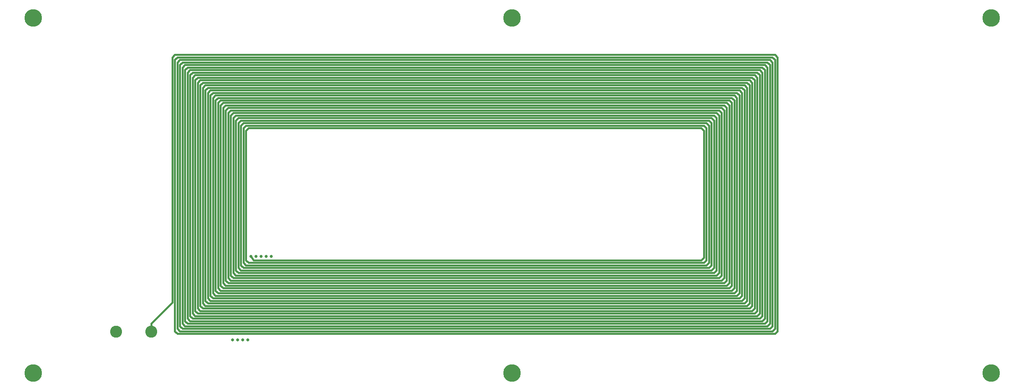
<source format=gtl>
%TF.GenerationSoftware,KiCad,Pcbnew,7.0.2-0*%
%TF.CreationDate,2024-05-08T23:39:51-07:00*%
%TF.ProjectId,New_Coil_Panel_Y,4e65775f-436f-4696-9c5f-50616e656c5f,2.0*%
%TF.SameCoordinates,Original*%
%TF.FileFunction,Copper,L1,Top*%
%TF.FilePolarity,Positive*%
%FSLAX46Y46*%
G04 Gerber Fmt 4.6, Leading zero omitted, Abs format (unit mm)*
G04 Created by KiCad (PCBNEW 7.0.2-0) date 2024-05-08 23:39:51*
%MOMM*%
%LPD*%
G01*
G04 APERTURE LIST*
%TA.AperFunction,ConnectorPad*%
%ADD10C,3.800000*%
%TD*%
%TA.AperFunction,ComponentPad*%
%ADD11C,2.600000*%
%TD*%
%TA.AperFunction,ViaPad*%
%ADD12C,0.650000*%
%TD*%
%TA.AperFunction,Conductor*%
%ADD13C,0.450000*%
%TD*%
G04 APERTURE END LIST*
D10*
X52371631Y-50586000D03*
D11*
X52371631Y-50586000D03*
X77968000Y-118626000D03*
X70348000Y-118626000D03*
D10*
X156121631Y-50586000D03*
D11*
X156121631Y-50586000D03*
D10*
X259871631Y-127586000D03*
D11*
X259871631Y-127586000D03*
D10*
X156121631Y-127586000D03*
D11*
X156121631Y-127586000D03*
D10*
X52371631Y-127586000D03*
D11*
X52371631Y-127586000D03*
D10*
X259871631Y-50586000D03*
D11*
X259871631Y-50586000D03*
D12*
X97735999Y-120454999D03*
X100660999Y-102305000D03*
X102860999Y-102305000D03*
X96636000Y-120454999D03*
X101761000Y-102305000D03*
X103961000Y-102305000D03*
X98836000Y-120454999D03*
X99561000Y-102305000D03*
X95535999Y-120454999D03*
D13*
X212511000Y-117430000D02*
X212511000Y-60180000D01*
X206461000Y-112480000D02*
X90211000Y-112480000D01*
X213610999Y-59080000D02*
X213060999Y-58530000D01*
X208661000Y-62930000D02*
X209211000Y-63480000D01*
X203711000Y-108629999D02*
X203161000Y-109180000D01*
X85261000Y-60730000D02*
X210860999Y-60730000D01*
X85811000Y-116880000D02*
X85261000Y-116330000D01*
X208110999Y-114130000D02*
X88561000Y-114130000D01*
X202060999Y-69530000D02*
X202610999Y-70080000D01*
X198761000Y-104780000D02*
X97911000Y-104780000D01*
X92411000Y-68980000D02*
X92411000Y-109179999D01*
X211961000Y-60730000D02*
X211961000Y-116879999D01*
X92411000Y-67880000D02*
X203711000Y-67880000D01*
X94611000Y-70080000D02*
X201511000Y-70080000D01*
X94061000Y-108630000D02*
X93511000Y-108080000D01*
X199860999Y-71730000D02*
X200410999Y-72280000D01*
X200410999Y-72280000D02*
X200410999Y-105330000D01*
X212511000Y-118530000D02*
X213061000Y-117980000D01*
X89111000Y-113580000D02*
X88561000Y-113030000D01*
X198761000Y-72830000D02*
X199311000Y-73380000D01*
X197110999Y-103130000D02*
X100111000Y-103130000D01*
X96811000Y-72280000D02*
X199310999Y-72280000D01*
X197660999Y-75030000D02*
X197660999Y-102580000D01*
X203161000Y-109180000D02*
X93511000Y-109180000D01*
X77968000Y-116850000D02*
X77968000Y-118626000D01*
X84161000Y-117430000D02*
X84711000Y-117980000D01*
X90211000Y-66780000D02*
X90211000Y-111380000D01*
X200410999Y-105330000D02*
X199860999Y-105880000D01*
X200411000Y-106430000D02*
X96261000Y-106430000D01*
X90761000Y-66230000D02*
X205360999Y-66230000D01*
X88561000Y-65130000D02*
X88561000Y-113030000D01*
X213060999Y-119080000D02*
X213610999Y-118530000D01*
X204810999Y-66780000D02*
X205360999Y-67330000D01*
X199860999Y-104780000D02*
X199310999Y-105330000D01*
X204811000Y-67880000D02*
X204811000Y-109730000D01*
X205911000Y-65680000D02*
X206461000Y-66230000D01*
X205360999Y-110280000D02*
X204810999Y-110830000D01*
X204261000Y-67330000D02*
X204811000Y-67880000D01*
X204261000Y-68430000D02*
X204261000Y-109180000D01*
X97911000Y-74480000D02*
X98461000Y-73930000D01*
X208660999Y-64030000D02*
X208660999Y-113580000D01*
X208660999Y-113580000D02*
X208110999Y-114130000D01*
X197661000Y-73930000D02*
X198211000Y-74480000D01*
X197110999Y-74480000D02*
X197660999Y-75030000D01*
X198761000Y-103680000D02*
X198211000Y-104230000D01*
X92961000Y-109730000D02*
X92411000Y-109180000D01*
X94611000Y-71180000D02*
X94611000Y-106980000D01*
X213060999Y-58530000D02*
X83061000Y-58530000D01*
X202610999Y-68980000D02*
X203160999Y-69530000D01*
X83061000Y-118530000D02*
X83611000Y-119080000D01*
X210310999Y-61280000D02*
X210860999Y-61830000D01*
X96261000Y-72830000D02*
X96261000Y-105329999D01*
X97911000Y-73380000D02*
X198211000Y-73380000D01*
X209761000Y-115780000D02*
X86911000Y-115780000D01*
X86911000Y-63480000D02*
X86911000Y-114679999D01*
X198211000Y-73380000D02*
X198761000Y-73930000D01*
X206461000Y-65130000D02*
X207011000Y-65680000D01*
X207011000Y-113030000D02*
X89661000Y-113030000D01*
X85811000Y-62380000D02*
X85811000Y-115780000D01*
X204261000Y-109180000D02*
X203711000Y-109730000D01*
X96811000Y-73380000D02*
X96811000Y-104780000D01*
X93511000Y-70080000D02*
X94061000Y-69530000D01*
X202610999Y-108630000D02*
X94061000Y-108630000D01*
X88011000Y-64580000D02*
X88561000Y-64030000D01*
X207560999Y-64030000D02*
X208110999Y-64580000D01*
X201511000Y-70080000D02*
X202061000Y-70630000D01*
X202061000Y-70630000D02*
X202061000Y-106980000D01*
X99011000Y-74480000D02*
X197110999Y-74480000D01*
X86361000Y-62930000D02*
X86361000Y-115230000D01*
X98461000Y-75030000D02*
X98461000Y-103129999D01*
X91311000Y-66780000D02*
X204810999Y-66780000D01*
X208110999Y-64580000D02*
X208110999Y-113030000D01*
X203711000Y-67880000D02*
X204261000Y-68430000D01*
X202610999Y-70080000D02*
X202610999Y-107530000D01*
X94611000Y-108080000D02*
X94061000Y-107530000D01*
X84711000Y-61280000D02*
X84711000Y-116880000D01*
X209761000Y-62930000D02*
X209761000Y-114680000D01*
X198211000Y-104230000D02*
X98461000Y-104230000D01*
X88561000Y-114130000D02*
X88011000Y-113580000D01*
X89111000Y-65680000D02*
X89111000Y-112480000D01*
X202060999Y-108080000D02*
X94611000Y-108080000D01*
X97361000Y-105330000D02*
X96811000Y-104780000D01*
X210311000Y-62380000D02*
X210311000Y-115230000D01*
X87461000Y-64030000D02*
X87461000Y-114130000D01*
X89661000Y-66230000D02*
X90211000Y-65680000D01*
X95161000Y-71730000D02*
X95711000Y-71180000D01*
X203160999Y-69530000D02*
X203160999Y-108080000D01*
X97911000Y-74480000D02*
X97911000Y-103679999D01*
X203711000Y-68980000D02*
X203711000Y-108629999D01*
X95161000Y-71730000D02*
X95161000Y-106429999D01*
X211961000Y-116879999D02*
X211411000Y-117430000D01*
X93511000Y-68980000D02*
X202610999Y-68980000D01*
X89661000Y-113030000D02*
X89111000Y-112480000D01*
X85811000Y-61280000D02*
X210310999Y-61280000D01*
X92961000Y-69530000D02*
X92961000Y-108630000D01*
X204810999Y-110830000D02*
X91861000Y-110830000D01*
X90211000Y-65680000D02*
X205911000Y-65680000D01*
X210860999Y-60730000D02*
X211410999Y-61280000D01*
X201511000Y-107530000D02*
X95161000Y-107530000D01*
X206461000Y-111379999D02*
X205911000Y-111930000D01*
X211961000Y-117980000D02*
X212511000Y-117430000D01*
X90761000Y-67330000D02*
X90761000Y-110829999D01*
X198761000Y-73930000D02*
X198761000Y-103680000D01*
X200411000Y-71180000D02*
X200961000Y-71730000D01*
X83611000Y-117980000D02*
X84161000Y-118530000D01*
X88561000Y-65130000D02*
X89111000Y-64580000D01*
X207561000Y-112480000D02*
X207011000Y-113030000D01*
X95711000Y-72280000D02*
X95711000Y-105880000D01*
X199860999Y-105880000D02*
X96811000Y-105880000D01*
X211961000Y-59630000D02*
X84161000Y-59630000D01*
X203161000Y-68430000D02*
X203711000Y-68980000D01*
X207011000Y-65680000D02*
X207011000Y-111930000D01*
X92961000Y-69530000D02*
X93511000Y-68980000D01*
X213061000Y-59630000D02*
X212511000Y-59080000D01*
X207011000Y-111930000D02*
X206461000Y-112480000D01*
X210860999Y-61830000D02*
X210860999Y-115780000D01*
X203160999Y-108080000D02*
X202610999Y-108630000D01*
X85261000Y-61830000D02*
X85811000Y-61280000D01*
X210860999Y-116880000D02*
X85811000Y-116880000D01*
X89111000Y-64580000D02*
X207011000Y-64580000D01*
X83061000Y-58530000D02*
X82511000Y-59080000D01*
X205910999Y-110830000D02*
X205360999Y-111380000D01*
X88011000Y-114680000D02*
X87461000Y-114129999D01*
X205360999Y-67330000D02*
X205360999Y-110280000D01*
X87461000Y-62930000D02*
X208661000Y-62930000D01*
X200961000Y-105879999D02*
X200411000Y-106430000D01*
X91311000Y-111380000D02*
X90761000Y-110830000D01*
X83611000Y-119080000D02*
X213060999Y-119080000D01*
X91861000Y-68430000D02*
X91861000Y-109730000D01*
X96261000Y-71730000D02*
X199860999Y-71730000D01*
X88011000Y-64580000D02*
X88011000Y-113579999D01*
X209211000Y-114129999D02*
X208661000Y-114680000D01*
X90211000Y-112480000D02*
X89661000Y-111930000D01*
X96811000Y-105880000D02*
X96261000Y-105330000D01*
X200961000Y-71730000D02*
X200961000Y-105879999D01*
X87461000Y-115230000D02*
X86911000Y-114680000D01*
X97361000Y-73930000D02*
X97911000Y-73380000D01*
X209761000Y-114680000D02*
X209211000Y-115230000D01*
X84711000Y-61280000D02*
X85261000Y-60730000D01*
X97911000Y-104780000D02*
X97361000Y-104230000D01*
X86911000Y-63480000D02*
X87461000Y-62930000D01*
X93511000Y-70080000D02*
X93511000Y-108079999D01*
X201511000Y-71180000D02*
X201511000Y-106430000D01*
X212511000Y-59080000D02*
X83611000Y-59080000D01*
X211410999Y-61280000D02*
X211410999Y-116330000D01*
X84161000Y-59630000D02*
X83611000Y-60180000D01*
X89661000Y-65130000D02*
X206461000Y-65130000D01*
X197661000Y-103680000D02*
X99011000Y-103680000D01*
X97361000Y-73930000D02*
X97361000Y-104230000D01*
X94061000Y-70630000D02*
X94611000Y-70080000D01*
X213061000Y-117980000D02*
X213061000Y-59630000D01*
X89661000Y-66230000D02*
X89661000Y-111929999D01*
X210311000Y-115230000D02*
X209761000Y-115780000D01*
X205911000Y-111930000D02*
X90761000Y-111930000D01*
X94061000Y-70630000D02*
X94061000Y-107530000D01*
X98461000Y-104230000D02*
X97911000Y-103680000D01*
X198211000Y-103129999D02*
X197661000Y-103680000D01*
X98461000Y-75030000D02*
X99011000Y-74480000D01*
X92961000Y-68430000D02*
X203161000Y-68430000D01*
X199860999Y-72830000D02*
X199860999Y-104780000D01*
X95161000Y-70630000D02*
X200961000Y-70630000D01*
X210860999Y-115780000D02*
X210310999Y-116330000D01*
X82511000Y-59080000D02*
X82511000Y-112307000D01*
X85261000Y-117430000D02*
X84711000Y-116879999D01*
X90761000Y-67330000D02*
X91311000Y-66780000D01*
X90761000Y-111930000D02*
X90211000Y-111379999D01*
X91311000Y-67880000D02*
X91311000Y-110280000D01*
X202610999Y-107530000D02*
X202060999Y-108080000D01*
X87461000Y-64030000D02*
X88011000Y-63480000D01*
X209211000Y-115230000D02*
X87461000Y-115230000D01*
X93511000Y-109180000D02*
X92961000Y-108629999D01*
X86361000Y-62930000D02*
X86911000Y-62380000D01*
X83611000Y-60180000D02*
X83611000Y-117980000D01*
X85811000Y-62380000D02*
X86361000Y-61830000D01*
X199311000Y-73380000D02*
X199311000Y-104230000D01*
X88011000Y-63480000D02*
X208110999Y-63480000D01*
X85261000Y-61830000D02*
X85261000Y-116329999D01*
X90211000Y-66780000D02*
X90761000Y-66230000D01*
X100111000Y-103130000D02*
X99561000Y-102305000D01*
X212511000Y-60180000D02*
X211961000Y-59630000D01*
X209211000Y-62380000D02*
X209761000Y-62930000D01*
X84711000Y-117980000D02*
X211961000Y-117980000D01*
X96261000Y-106430000D02*
X95711000Y-105879999D01*
X207560999Y-113580000D02*
X89111000Y-113580000D01*
X82511000Y-112307000D02*
X77968000Y-116850000D01*
X200961000Y-106980000D02*
X95711000Y-106980000D01*
X89111000Y-65680000D02*
X89661000Y-65130000D01*
X211410999Y-116330000D02*
X210860999Y-116880000D01*
X209761000Y-61830000D02*
X210311000Y-62380000D01*
X207561000Y-65130000D02*
X207561000Y-112480000D01*
X95711000Y-106980000D02*
X95161000Y-106430000D01*
X95711000Y-72280000D02*
X96261000Y-71730000D01*
X205360999Y-66230000D02*
X205910999Y-66780000D01*
X83611000Y-59080000D02*
X83061000Y-59630000D01*
X204811000Y-109730000D02*
X204261000Y-110280000D01*
X84161000Y-60730000D02*
X84161000Y-117429999D01*
X201511000Y-106430000D02*
X200961000Y-106980000D01*
X208110999Y-63480000D02*
X208660999Y-64030000D01*
X86361000Y-61830000D02*
X209761000Y-61830000D01*
X91861000Y-67330000D02*
X204261000Y-67330000D01*
X98461000Y-73930000D02*
X197661000Y-73930000D01*
X198211000Y-74480000D02*
X198211000Y-103129999D01*
X209211000Y-63480000D02*
X209211000Y-114129999D01*
X203711000Y-109730000D02*
X92961000Y-109730000D01*
X84161000Y-60730000D02*
X84711000Y-60180000D01*
X197660999Y-102580000D02*
X197110999Y-103130000D01*
X86361000Y-116330000D02*
X85811000Y-115780000D01*
X84711000Y-60180000D02*
X211411000Y-60180000D01*
X200961000Y-70630000D02*
X201511000Y-71180000D01*
X213610999Y-118530000D02*
X213610999Y-59080000D01*
X206461000Y-66230000D02*
X206461000Y-111379999D01*
X91311000Y-67880000D02*
X91861000Y-67330000D01*
X199310999Y-72280000D02*
X199860999Y-72830000D01*
X84161000Y-118530000D02*
X212511000Y-118530000D01*
X199310999Y-105330000D02*
X97361000Y-105330000D01*
X205360999Y-111380000D02*
X91311000Y-111380000D01*
X211411000Y-60180000D02*
X211961000Y-60730000D01*
X210310999Y-116330000D02*
X86361000Y-116330000D01*
X91861000Y-68430000D02*
X92411000Y-67880000D01*
X202061000Y-106980000D02*
X201511000Y-107530000D01*
X94611000Y-71180000D02*
X95161000Y-70630000D01*
X199311000Y-104230000D02*
X198761000Y-104780000D01*
X94061000Y-69530000D02*
X202060999Y-69530000D01*
X208661000Y-114680000D02*
X88011000Y-114680000D01*
X92411000Y-110280000D02*
X91861000Y-109730000D01*
X86911000Y-62380000D02*
X209211000Y-62380000D01*
X96811000Y-73380000D02*
X97361000Y-72830000D01*
X91861000Y-110830000D02*
X91311000Y-110280000D01*
X86911000Y-115780000D02*
X86361000Y-115230000D01*
X83061000Y-59630000D02*
X83061000Y-118530000D01*
X96261000Y-72830000D02*
X96811000Y-72280000D01*
X95161000Y-107530000D02*
X94611000Y-106980000D01*
X92411000Y-68980000D02*
X92961000Y-68430000D01*
X88561000Y-64030000D02*
X207560999Y-64030000D01*
X207011000Y-64580000D02*
X207561000Y-65130000D01*
X99011000Y-103680000D02*
X98461000Y-103129999D01*
X205910999Y-66780000D02*
X205910999Y-110830000D01*
X208110999Y-113030000D02*
X207560999Y-113580000D01*
X211411000Y-117430000D02*
X85261000Y-117430000D01*
X97361000Y-72830000D02*
X198761000Y-72830000D01*
X95711000Y-71180000D02*
X200411000Y-71180000D01*
X204261000Y-110280000D02*
X92411000Y-110280000D01*
M02*

</source>
